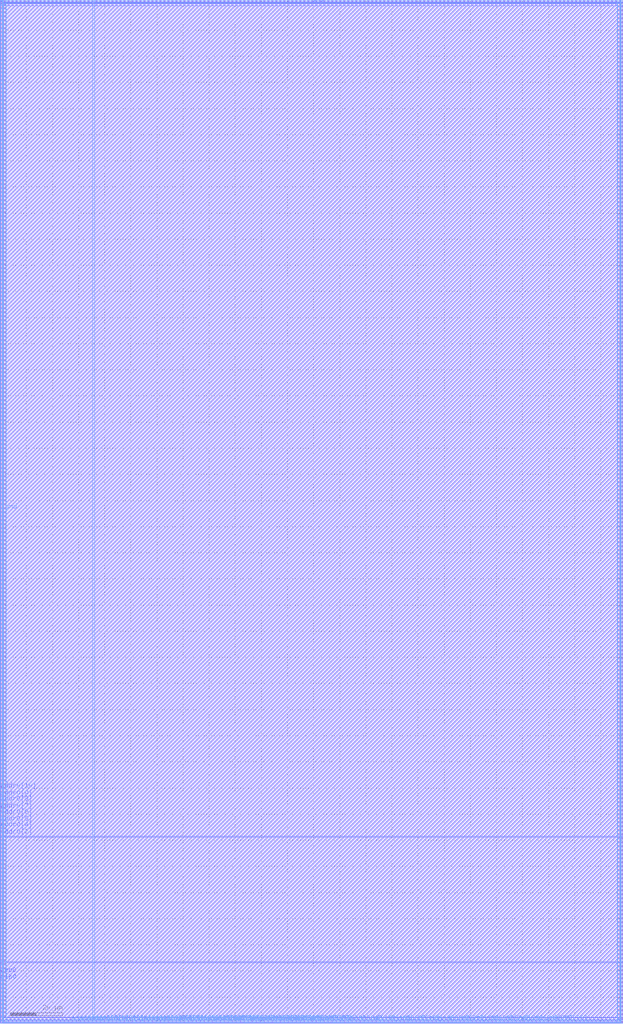
<source format=lef>
VERSION 5.4 ;
NAMESCASESENSITIVE ON ;
BUSBITCHARS "[]" ;
DIVIDERCHAR "/" ;
UNITS
  DATABASE MICRONS 2000 ;
END UNITS
MACRO sram_32b_2048_1rw_freepdk45
   CLASS BLOCK ;
   SIZE 238.5625 BY 391.5075 ;
   SYMMETRY X Y R90 ;
   PIN din0[0]
      DIRECTION INPUT ;
      PORT
         LAYER metal4 ;
         RECT  35.705 0.0 35.845 0.14 ;
      END
   END din0[0]
   PIN din0[1]
      DIRECTION INPUT ;
      PORT
         LAYER metal4 ;
         RECT  38.565 0.0 38.705 0.14 ;
      END
   END din0[1]
   PIN din0[2]
      DIRECTION INPUT ;
      PORT
         LAYER metal4 ;
         RECT  41.425 0.0 41.565 0.14 ;
      END
   END din0[2]
   PIN din0[3]
      DIRECTION INPUT ;
      PORT
         LAYER metal4 ;
         RECT  44.285 0.0 44.425 0.14 ;
      END
   END din0[3]
   PIN din0[4]
      DIRECTION INPUT ;
      PORT
         LAYER metal4 ;
         RECT  47.145 0.0 47.285 0.14 ;
      END
   END din0[4]
   PIN din0[5]
      DIRECTION INPUT ;
      PORT
         LAYER metal4 ;
         RECT  50.005 0.0 50.145 0.14 ;
      END
   END din0[5]
   PIN din0[6]
      DIRECTION INPUT ;
      PORT
         LAYER metal4 ;
         RECT  52.865 0.0 53.005 0.14 ;
      END
   END din0[6]
   PIN din0[7]
      DIRECTION INPUT ;
      PORT
         LAYER metal4 ;
         RECT  55.725 0.0 55.865 0.14 ;
      END
   END din0[7]
   PIN din0[8]
      DIRECTION INPUT ;
      PORT
         LAYER metal4 ;
         RECT  58.585 0.0 58.725 0.14 ;
      END
   END din0[8]
   PIN din0[9]
      DIRECTION INPUT ;
      PORT
         LAYER metal4 ;
         RECT  61.445 0.0 61.585 0.14 ;
      END
   END din0[9]
   PIN din0[10]
      DIRECTION INPUT ;
      PORT
         LAYER metal4 ;
         RECT  64.305 0.0 64.445 0.14 ;
      END
   END din0[10]
   PIN din0[11]
      DIRECTION INPUT ;
      PORT
         LAYER metal4 ;
         RECT  67.165 0.0 67.305 0.14 ;
      END
   END din0[11]
   PIN din0[12]
      DIRECTION INPUT ;
      PORT
         LAYER metal4 ;
         RECT  70.025 0.0 70.165 0.14 ;
      END
   END din0[12]
   PIN din0[13]
      DIRECTION INPUT ;
      PORT
         LAYER metal4 ;
         RECT  72.885 0.0 73.025 0.14 ;
      END
   END din0[13]
   PIN din0[14]
      DIRECTION INPUT ;
      PORT
         LAYER metal4 ;
         RECT  75.745 0.0 75.885 0.14 ;
      END
   END din0[14]
   PIN din0[15]
      DIRECTION INPUT ;
      PORT
         LAYER metal4 ;
         RECT  78.605 0.0 78.745 0.14 ;
      END
   END din0[15]
   PIN din0[16]
      DIRECTION INPUT ;
      PORT
         LAYER metal4 ;
         RECT  81.465 0.0 81.605 0.14 ;
      END
   END din0[16]
   PIN din0[17]
      DIRECTION INPUT ;
      PORT
         LAYER metal4 ;
         RECT  84.325 0.0 84.465 0.14 ;
      END
   END din0[17]
   PIN din0[18]
      DIRECTION INPUT ;
      PORT
         LAYER metal4 ;
         RECT  87.185 0.0 87.325 0.14 ;
      END
   END din0[18]
   PIN din0[19]
      DIRECTION INPUT ;
      PORT
         LAYER metal4 ;
         RECT  90.045 0.0 90.185 0.14 ;
      END
   END din0[19]
   PIN din0[20]
      DIRECTION INPUT ;
      PORT
         LAYER metal4 ;
         RECT  92.905 0.0 93.045 0.14 ;
      END
   END din0[20]
   PIN din0[21]
      DIRECTION INPUT ;
      PORT
         LAYER metal4 ;
         RECT  95.765 0.0 95.905 0.14 ;
      END
   END din0[21]
   PIN din0[22]
      DIRECTION INPUT ;
      PORT
         LAYER metal4 ;
         RECT  98.625 0.0 98.765 0.14 ;
      END
   END din0[22]
   PIN din0[23]
      DIRECTION INPUT ;
      PORT
         LAYER metal4 ;
         RECT  101.485 0.0 101.625 0.14 ;
      END
   END din0[23]
   PIN din0[24]
      DIRECTION INPUT ;
      PORT
         LAYER metal4 ;
         RECT  104.345 0.0 104.485 0.14 ;
      END
   END din0[24]
   PIN din0[25]
      DIRECTION INPUT ;
      PORT
         LAYER metal4 ;
         RECT  107.205 0.0 107.345 0.14 ;
      END
   END din0[25]
   PIN din0[26]
      DIRECTION INPUT ;
      PORT
         LAYER metal4 ;
         RECT  110.065 0.0 110.205 0.14 ;
      END
   END din0[26]
   PIN din0[27]
      DIRECTION INPUT ;
      PORT
         LAYER metal4 ;
         RECT  112.925 0.0 113.065 0.14 ;
      END
   END din0[27]
   PIN din0[28]
      DIRECTION INPUT ;
      PORT
         LAYER metal4 ;
         RECT  115.785 0.0 115.925 0.14 ;
      END
   END din0[28]
   PIN din0[29]
      DIRECTION INPUT ;
      PORT
         LAYER metal4 ;
         RECT  118.645 0.0 118.785 0.14 ;
      END
   END din0[29]
   PIN din0[30]
      DIRECTION INPUT ;
      PORT
         LAYER metal4 ;
         RECT  121.505 0.0 121.645 0.14 ;
      END
   END din0[30]
   PIN din0[31]
      DIRECTION INPUT ;
      PORT
         LAYER metal4 ;
         RECT  124.365 0.0 124.505 0.14 ;
      END
   END din0[31]
   PIN addr0[0]
      DIRECTION INPUT ;
      PORT
         LAYER metal4 ;
         RECT  27.125 0.0 27.265 0.14 ;
      END
   END addr0[0]
   PIN addr0[1]
      DIRECTION INPUT ;
      PORT
         LAYER metal4 ;
         RECT  29.985 0.0 30.125 0.14 ;
      END
   END addr0[1]
   PIN addr0[2]
      DIRECTION INPUT ;
      PORT
         LAYER metal4 ;
         RECT  32.845 0.0 32.985 0.14 ;
      END
   END addr0[2]
   PIN addr0[3]
      DIRECTION INPUT ;
      PORT
         LAYER metal3 ;
         RECT  0.0 71.29 0.14 71.43 ;
      END
   END addr0[3]
   PIN addr0[4]
      DIRECTION INPUT ;
      PORT
         LAYER metal3 ;
         RECT  0.0 74.02 0.14 74.16 ;
      END
   END addr0[4]
   PIN addr0[5]
      DIRECTION INPUT ;
      PORT
         LAYER metal3 ;
         RECT  0.0 76.23 0.14 76.37 ;
      END
   END addr0[5]
   PIN addr0[6]
      DIRECTION INPUT ;
      PORT
         LAYER metal3 ;
         RECT  0.0 78.96 0.14 79.1 ;
      END
   END addr0[6]
   PIN addr0[7]
      DIRECTION INPUT ;
      PORT
         LAYER metal3 ;
         RECT  0.0 81.17 0.14 81.31 ;
      END
   END addr0[7]
   PIN addr0[8]
      DIRECTION INPUT ;
      PORT
         LAYER metal3 ;
         RECT  0.0 83.9 0.14 84.04 ;
      END
   END addr0[8]
   PIN addr0[9]
      DIRECTION INPUT ;
      PORT
         LAYER metal3 ;
         RECT  0.0 86.11 0.14 86.25 ;
      END
   END addr0[9]
   PIN addr0[10]
      DIRECTION INPUT ;
      PORT
         LAYER metal3 ;
         RECT  0.0 88.84 0.14 88.98 ;
      END
   END addr0[10]
   PIN csb0
      DIRECTION INPUT ;
      PORT
         LAYER metal3 ;
         RECT  0.0 15.65 0.14 15.79 ;
      END
   END csb0
   PIN web0
      DIRECTION INPUT ;
      PORT
         LAYER metal3 ;
         RECT  0.0 18.38 0.14 18.52 ;
      END
   END web0
   PIN clk0
      DIRECTION INPUT ;
      PORT
         LAYER metal3 ;
         RECT  0.0 15.885 0.14 16.025 ;
      END
   END clk0
   PIN dout0[0]
      DIRECTION OUTPUT ;
      PORT
         LAYER metal4 ;
         RECT  53.15 0.0 53.29 0.14 ;
      END
   END dout0[0]
   PIN dout0[1]
      DIRECTION OUTPUT ;
      PORT
         LAYER metal4 ;
         RECT  58.87 0.0 59.01 0.14 ;
      END
   END dout0[1]
   PIN dout0[2]
      DIRECTION OUTPUT ;
      PORT
         LAYER metal4 ;
         RECT  64.59 0.0 64.73 0.14 ;
      END
   END dout0[2]
   PIN dout0[3]
      DIRECTION OUTPUT ;
      PORT
         LAYER metal4 ;
         RECT  70.31 0.0 70.45 0.14 ;
      END
   END dout0[3]
   PIN dout0[4]
      DIRECTION OUTPUT ;
      PORT
         LAYER metal4 ;
         RECT  76.03 0.0 76.17 0.14 ;
      END
   END dout0[4]
   PIN dout0[5]
      DIRECTION OUTPUT ;
      PORT
         LAYER metal4 ;
         RECT  81.8975 0.0 82.0375 0.14 ;
      END
   END dout0[5]
   PIN dout0[6]
      DIRECTION OUTPUT ;
      PORT
         LAYER metal4 ;
         RECT  86.4275 0.0 86.5675 0.14 ;
      END
   END dout0[6]
   PIN dout0[7]
      DIRECTION OUTPUT ;
      PORT
         LAYER metal4 ;
         RECT  92.1475 0.0 92.2875 0.14 ;
      END
   END dout0[7]
   PIN dout0[8]
      DIRECTION OUTPUT ;
      PORT
         LAYER metal4 ;
         RECT  97.8675 0.0 98.0075 0.14 ;
      END
   END dout0[8]
   PIN dout0[9]
      DIRECTION OUTPUT ;
      PORT
         LAYER metal4 ;
         RECT  103.5875 0.0 103.7275 0.14 ;
      END
   END dout0[9]
   PIN dout0[10]
      DIRECTION OUTPUT ;
      PORT
         LAYER metal4 ;
         RECT  109.29 0.0 109.43 0.14 ;
      END
   END dout0[10]
   PIN dout0[11]
      DIRECTION OUTPUT ;
      PORT
         LAYER metal4 ;
         RECT  115.0275 0.0 115.1675 0.14 ;
      END
   END dout0[11]
   PIN dout0[12]
      DIRECTION OUTPUT ;
      PORT
         LAYER metal4 ;
         RECT  120.7475 0.0 120.8875 0.14 ;
      END
   END dout0[12]
   PIN dout0[13]
      DIRECTION OUTPUT ;
      PORT
         LAYER metal4 ;
         RECT  126.445 0.0 126.585 0.14 ;
      END
   END dout0[13]
   PIN dout0[14]
      DIRECTION OUTPUT ;
      PORT
         LAYER metal4 ;
         RECT  132.085 0.0 132.225 0.14 ;
      END
   END dout0[14]
   PIN dout0[15]
      DIRECTION OUTPUT ;
      PORT
         LAYER metal4 ;
         RECT  137.725 0.0 137.865 0.14 ;
      END
   END dout0[15]
   PIN dout0[16]
      DIRECTION OUTPUT ;
      PORT
         LAYER metal4 ;
         RECT  143.365 0.0 143.505 0.14 ;
      END
   END dout0[16]
   PIN dout0[17]
      DIRECTION OUTPUT ;
      PORT
         LAYER metal4 ;
         RECT  149.005 0.0 149.145 0.14 ;
      END
   END dout0[17]
   PIN dout0[18]
      DIRECTION OUTPUT ;
      PORT
         LAYER metal4 ;
         RECT  154.645 0.0 154.785 0.14 ;
      END
   END dout0[18]
   PIN dout0[19]
      DIRECTION OUTPUT ;
      PORT
         LAYER metal4 ;
         RECT  160.285 0.0 160.425 0.14 ;
      END
   END dout0[19]
   PIN dout0[20]
      DIRECTION OUTPUT ;
      PORT
         LAYER metal4 ;
         RECT  165.925 0.0 166.065 0.14 ;
      END
   END dout0[20]
   PIN dout0[21]
      DIRECTION OUTPUT ;
      PORT
         LAYER metal4 ;
         RECT  171.565 0.0 171.705 0.14 ;
      END
   END dout0[21]
   PIN dout0[22]
      DIRECTION OUTPUT ;
      PORT
         LAYER metal4 ;
         RECT  177.205 0.0 177.345 0.14 ;
      END
   END dout0[22]
   PIN dout0[23]
      DIRECTION OUTPUT ;
      PORT
         LAYER metal4 ;
         RECT  182.845 0.0 182.985 0.14 ;
      END
   END dout0[23]
   PIN dout0[24]
      DIRECTION OUTPUT ;
      PORT
         LAYER metal4 ;
         RECT  188.485 0.0 188.625 0.14 ;
      END
   END dout0[24]
   PIN dout0[25]
      DIRECTION OUTPUT ;
      PORT
         LAYER metal4 ;
         RECT  194.125 0.0 194.265 0.14 ;
      END
   END dout0[25]
   PIN dout0[26]
      DIRECTION OUTPUT ;
      PORT
         LAYER metal4 ;
         RECT  199.765 0.0 199.905 0.14 ;
      END
   END dout0[26]
   PIN dout0[27]
      DIRECTION OUTPUT ;
      PORT
         LAYER metal4 ;
         RECT  205.405 0.0 205.545 0.14 ;
      END
   END dout0[27]
   PIN dout0[28]
      DIRECTION OUTPUT ;
      PORT
         LAYER metal4 ;
         RECT  211.045 0.0 211.185 0.14 ;
      END
   END dout0[28]
   PIN dout0[29]
      DIRECTION OUTPUT ;
      PORT
         LAYER metal3 ;
         RECT  238.4225 23.2925 238.5625 23.4325 ;
      END
   END dout0[29]
   PIN dout0[30]
      DIRECTION OUTPUT ;
      PORT
         LAYER metal3 ;
         RECT  238.4225 22.8225 238.5625 22.9625 ;
      END
   END dout0[30]
   PIN dout0[31]
      DIRECTION OUTPUT ;
      PORT
         LAYER metal3 ;
         RECT  238.4225 23.0575 238.5625 23.1975 ;
      END
   END dout0[31]
   PIN vdd
      DIRECTION INOUT ;
      USE POWER ; 
      SHAPE ABUTMENT ; 
      PORT
         LAYER metal4 ;
         RECT  0.0 0.0 0.7 391.5075 ;
         LAYER metal3 ;
         RECT  0.0 0.0 238.5625 0.7 ;
         LAYER metal4 ;
         RECT  237.8625 0.0 238.5625 391.5075 ;
         LAYER metal3 ;
         RECT  0.0 390.8075 238.5625 391.5075 ;
      END
   END vdd
   PIN gnd
      DIRECTION INOUT ;
      USE GROUND ; 
      SHAPE ABUTMENT ; 
      PORT
         LAYER metal4 ;
         RECT  236.4625 1.4 237.1625 390.1075 ;
         LAYER metal3 ;
         RECT  1.4 1.4 237.1625 2.1 ;
         LAYER metal3 ;
         RECT  1.4 389.4075 237.1625 390.1075 ;
         LAYER metal4 ;
         RECT  1.4 1.4 2.1 390.1075 ;
      END
   END gnd
   OBS
   LAYER  metal1 ;
      RECT  0.14 0.14 238.4225 391.3675 ;
   LAYER  metal2 ;
      RECT  0.14 0.14 238.4225 391.3675 ;
   LAYER  metal3 ;
      RECT  0.28 71.15 238.4225 71.57 ;
      RECT  0.14 71.57 0.28 73.88 ;
      RECT  0.14 74.3 0.28 76.09 ;
      RECT  0.14 76.51 0.28 78.82 ;
      RECT  0.14 79.24 0.28 81.03 ;
      RECT  0.14 81.45 0.28 83.76 ;
      RECT  0.14 84.18 0.28 85.97 ;
      RECT  0.14 86.39 0.28 88.7 ;
      RECT  0.14 18.66 0.28 71.15 ;
      RECT  0.14 16.165 0.28 18.24 ;
      RECT  0.28 23.1525 238.2825 23.5725 ;
      RECT  0.28 23.5725 238.2825 71.15 ;
      RECT  238.2825 23.5725 238.4225 71.15 ;
      RECT  0.14 0.84 0.28 15.51 ;
      RECT  238.2825 0.84 238.4225 22.6825 ;
      RECT  0.14 89.12 0.28 390.6675 ;
      RECT  0.28 0.84 1.26 1.26 ;
      RECT  0.28 1.26 1.26 2.24 ;
      RECT  0.28 2.24 1.26 23.1525 ;
      RECT  1.26 0.84 237.3025 1.26 ;
      RECT  1.26 2.24 237.3025 23.1525 ;
      RECT  237.3025 0.84 238.2825 1.26 ;
      RECT  237.3025 1.26 238.2825 2.24 ;
      RECT  237.3025 2.24 238.2825 23.1525 ;
      RECT  0.28 71.57 1.26 389.2675 ;
      RECT  0.28 389.2675 1.26 390.2475 ;
      RECT  0.28 390.2475 1.26 390.6675 ;
      RECT  1.26 71.57 237.3025 389.2675 ;
      RECT  1.26 390.2475 237.3025 390.6675 ;
      RECT  237.3025 71.57 238.4225 389.2675 ;
      RECT  237.3025 389.2675 238.4225 390.2475 ;
      RECT  237.3025 390.2475 238.4225 390.6675 ;
   LAYER  metal4 ;
      RECT  35.425 0.42 36.125 391.3675 ;
      RECT  36.125 0.14 38.285 0.42 ;
      RECT  38.985 0.14 41.145 0.42 ;
      RECT  41.845 0.14 44.005 0.42 ;
      RECT  44.705 0.14 46.865 0.42 ;
      RECT  47.565 0.14 49.725 0.42 ;
      RECT  50.425 0.14 52.585 0.42 ;
      RECT  56.145 0.14 58.305 0.42 ;
      RECT  61.865 0.14 64.025 0.42 ;
      RECT  67.585 0.14 69.745 0.42 ;
      RECT  73.305 0.14 75.465 0.42 ;
      RECT  79.025 0.14 81.185 0.42 ;
      RECT  87.605 0.14 89.765 0.42 ;
      RECT  93.325 0.14 95.485 0.42 ;
      RECT  99.045 0.14 101.205 0.42 ;
      RECT  104.765 0.14 106.925 0.42 ;
      RECT  110.485 0.14 112.645 0.42 ;
      RECT  116.205 0.14 118.365 0.42 ;
      RECT  121.925 0.14 124.085 0.42 ;
      RECT  27.545 0.14 29.705 0.42 ;
      RECT  30.405 0.14 32.565 0.42 ;
      RECT  33.265 0.14 35.425 0.42 ;
      RECT  53.57 0.14 55.445 0.42 ;
      RECT  59.29 0.14 61.165 0.42 ;
      RECT  65.01 0.14 66.885 0.42 ;
      RECT  70.73 0.14 72.605 0.42 ;
      RECT  76.45 0.14 78.325 0.42 ;
      RECT  82.3175 0.14 84.045 0.42 ;
      RECT  84.745 0.14 86.1475 0.42 ;
      RECT  86.8475 0.14 86.905 0.42 ;
      RECT  90.465 0.14 91.8675 0.42 ;
      RECT  92.5675 0.14 92.625 0.42 ;
      RECT  96.185 0.14 97.5875 0.42 ;
      RECT  98.2875 0.14 98.345 0.42 ;
      RECT  101.905 0.14 103.3075 0.42 ;
      RECT  104.0075 0.14 104.065 0.42 ;
      RECT  107.625 0.14 109.01 0.42 ;
      RECT  109.71 0.14 109.785 0.42 ;
      RECT  113.345 0.14 114.7475 0.42 ;
      RECT  115.4475 0.14 115.505 0.42 ;
      RECT  119.065 0.14 120.4675 0.42 ;
      RECT  121.1675 0.14 121.225 0.42 ;
      RECT  124.785 0.14 126.165 0.42 ;
      RECT  126.865 0.14 131.805 0.42 ;
      RECT  132.505 0.14 137.445 0.42 ;
      RECT  138.145 0.14 143.085 0.42 ;
      RECT  143.785 0.14 148.725 0.42 ;
      RECT  149.425 0.14 154.365 0.42 ;
      RECT  155.065 0.14 160.005 0.42 ;
      RECT  160.705 0.14 165.645 0.42 ;
      RECT  166.345 0.14 171.285 0.42 ;
      RECT  171.985 0.14 176.925 0.42 ;
      RECT  177.625 0.14 182.565 0.42 ;
      RECT  183.265 0.14 188.205 0.42 ;
      RECT  188.905 0.14 193.845 0.42 ;
      RECT  194.545 0.14 199.485 0.42 ;
      RECT  200.185 0.14 205.125 0.42 ;
      RECT  205.825 0.14 210.765 0.42 ;
      RECT  0.98 0.14 26.845 0.42 ;
      RECT  211.465 0.14 237.5825 0.42 ;
      RECT  36.125 0.42 236.1825 1.12 ;
      RECT  36.125 1.12 236.1825 390.3875 ;
      RECT  36.125 390.3875 236.1825 391.3675 ;
      RECT  236.1825 0.42 237.4425 1.12 ;
      RECT  236.1825 390.3875 237.4425 391.3675 ;
      RECT  237.4425 0.42 237.5825 1.12 ;
      RECT  237.4425 1.12 237.5825 390.3875 ;
      RECT  237.4425 390.3875 237.5825 391.3675 ;
      RECT  0.98 0.42 1.12 1.12 ;
      RECT  0.98 1.12 1.12 390.3875 ;
      RECT  0.98 390.3875 1.12 391.3675 ;
      RECT  1.12 0.42 2.38 1.12 ;
      RECT  1.12 390.3875 2.38 391.3675 ;
      RECT  2.38 0.42 35.425 1.12 ;
      RECT  2.38 1.12 35.425 390.3875 ;
      RECT  2.38 390.3875 35.425 391.3675 ;
   END
END    sram_32b_2048_1rw_freepdk45
END    LIBRARY

</source>
